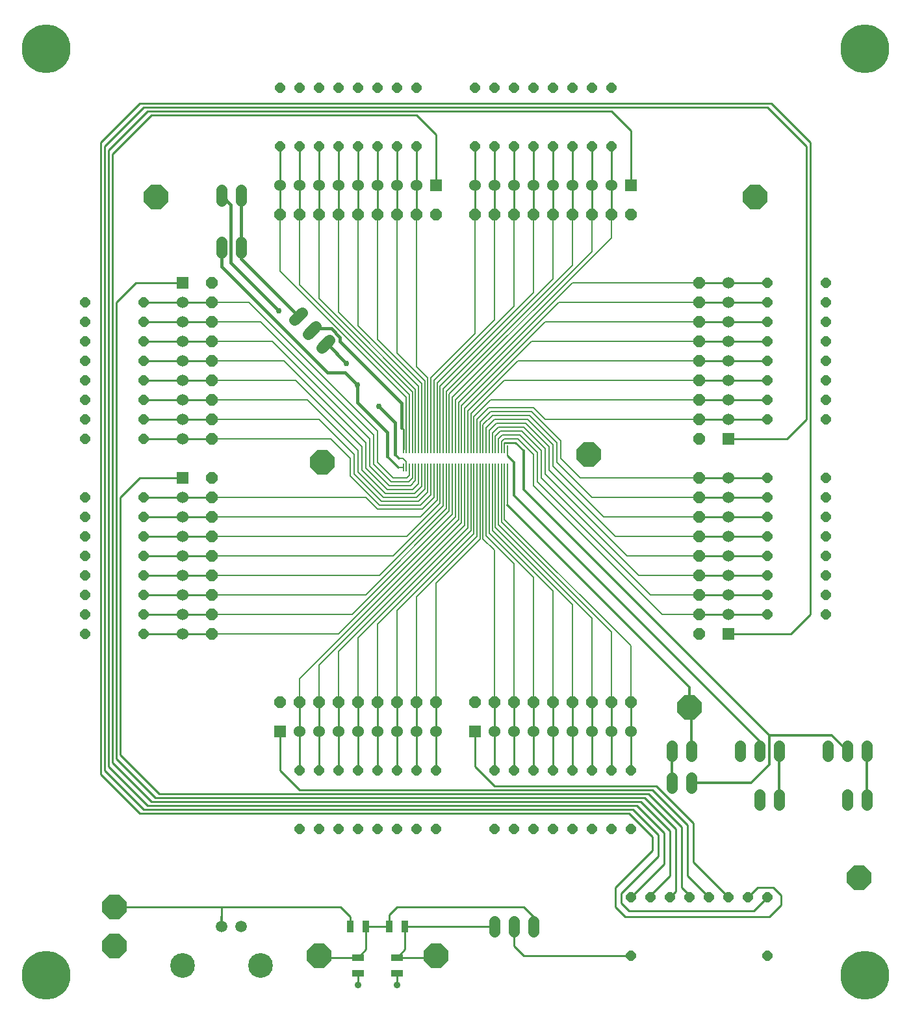
<source format=gtl>
G75*
%MOIN*%
%OFA0B0*%
%FSLAX25Y25*%
%IPPOS*%
%LPD*%
%AMOC8*
5,1,8,0,0,1.08239X$1,22.5*
%
%ADD10C,0.12661*%
%ADD11C,0.05937*%
%ADD12R,0.06000X0.06000*%
%ADD13C,0.06000*%
%ADD14C,0.05600*%
%ADD15R,0.03800X0.06000*%
%ADD16R,0.06000X0.03800*%
%ADD17OC8,0.05150*%
%ADD18OC8,0.06000*%
%ADD19OC8,0.12400*%
%ADD20C,0.25000*%
%ADD21R,0.00787X0.04488*%
%ADD22C,0.03562*%
%ADD23C,0.01000*%
%ADD24C,0.01200*%
%ADD25C,0.00700*%
%ADD26C,0.02972*%
%ADD27C,0.01600*%
D10*
X0261500Y0141500D03*
X0301500Y0141500D03*
D11*
X0291500Y0161500D03*
X0281500Y0161500D03*
D12*
X0311500Y0261500D03*
X0411500Y0261500D03*
X0541500Y0311500D03*
X0541500Y0411500D03*
X0491500Y0541500D03*
X0391500Y0541500D03*
X0261500Y0491500D03*
X0261500Y0391500D03*
D13*
X0261500Y0381500D03*
X0261500Y0371500D03*
X0261500Y0361500D03*
X0261500Y0351500D03*
X0261500Y0341500D03*
X0261500Y0331500D03*
X0261500Y0321500D03*
X0261500Y0311500D03*
X0321500Y0261500D03*
X0331500Y0261500D03*
X0341500Y0261500D03*
X0351500Y0261500D03*
X0361500Y0261500D03*
X0371500Y0261500D03*
X0381500Y0261500D03*
X0391500Y0261500D03*
X0421500Y0261500D03*
X0431500Y0261500D03*
X0441500Y0261500D03*
X0451500Y0261500D03*
X0461500Y0261500D03*
X0471500Y0261500D03*
X0481500Y0261500D03*
X0491500Y0261500D03*
X0541500Y0321500D03*
X0541500Y0331500D03*
X0541500Y0341500D03*
X0541500Y0351500D03*
X0541500Y0361500D03*
X0541500Y0371500D03*
X0541500Y0381500D03*
X0541500Y0391500D03*
X0541500Y0421500D03*
X0541500Y0431500D03*
X0541500Y0441500D03*
X0541500Y0451500D03*
X0541500Y0461500D03*
X0541500Y0471500D03*
X0541500Y0481500D03*
X0541500Y0491500D03*
X0481500Y0541500D03*
X0471500Y0541500D03*
X0461500Y0541500D03*
X0451500Y0541500D03*
X0441500Y0541500D03*
X0431500Y0541500D03*
X0421500Y0541500D03*
X0411500Y0541500D03*
X0381500Y0541500D03*
X0371500Y0541500D03*
X0361500Y0541500D03*
X0351500Y0541500D03*
X0341500Y0541500D03*
X0331500Y0541500D03*
X0321500Y0541500D03*
X0311500Y0541500D03*
X0261500Y0481500D03*
X0261500Y0471500D03*
X0261500Y0461500D03*
X0261500Y0451500D03*
X0261500Y0441500D03*
X0261500Y0431500D03*
X0261500Y0421500D03*
X0261500Y0411500D03*
D14*
X0318811Y0472355D02*
X0322771Y0476315D01*
X0329842Y0469243D02*
X0325883Y0465284D01*
X0332954Y0458213D02*
X0336913Y0462172D01*
X0291421Y0506968D02*
X0291421Y0512568D01*
X0281421Y0512568D02*
X0281421Y0506968D01*
X0281421Y0533543D02*
X0281421Y0539143D01*
X0291421Y0539143D02*
X0291421Y0533543D01*
X0512500Y0254300D02*
X0512500Y0248700D01*
X0512563Y0237961D02*
X0512563Y0232361D01*
X0522563Y0232361D02*
X0522563Y0237961D01*
X0522500Y0248700D02*
X0522500Y0254300D01*
X0547500Y0254300D02*
X0547500Y0248700D01*
X0557500Y0248700D02*
X0557500Y0254300D01*
X0567500Y0254300D02*
X0567500Y0248700D01*
X0567500Y0229300D02*
X0567500Y0223700D01*
X0557500Y0223700D02*
X0557500Y0229300D01*
X0592500Y0248700D02*
X0592500Y0254300D01*
X0602500Y0254300D02*
X0602500Y0248700D01*
X0612500Y0248700D02*
X0612500Y0254300D01*
X0612500Y0229300D02*
X0612500Y0223700D01*
X0602500Y0223700D02*
X0602500Y0229300D01*
X0441500Y0164300D02*
X0441500Y0158700D01*
X0431500Y0158700D02*
X0431500Y0164300D01*
X0421500Y0164300D02*
X0421500Y0158700D01*
D15*
X0375600Y0161500D03*
X0367400Y0161500D03*
X0355600Y0161500D03*
X0347400Y0161500D03*
D16*
X0351500Y0145600D03*
X0351500Y0137400D03*
X0371500Y0137400D03*
X0371500Y0145600D03*
D17*
X0371500Y0211500D03*
X0361500Y0211500D03*
X0351500Y0211500D03*
X0341500Y0211500D03*
X0331500Y0211500D03*
X0321500Y0211500D03*
X0321500Y0241500D03*
X0331500Y0241500D03*
X0341500Y0241500D03*
X0351500Y0241500D03*
X0361500Y0241500D03*
X0371500Y0241500D03*
X0381500Y0241500D03*
X0391500Y0241500D03*
X0391500Y0211500D03*
X0381500Y0211500D03*
X0421500Y0211500D03*
X0431500Y0211500D03*
X0441500Y0211500D03*
X0451500Y0211500D03*
X0461500Y0211500D03*
X0471500Y0211500D03*
X0481500Y0211500D03*
X0491500Y0211500D03*
X0491500Y0241500D03*
X0481500Y0241500D03*
X0471500Y0241500D03*
X0461500Y0241500D03*
X0451500Y0241500D03*
X0441500Y0241500D03*
X0431500Y0241500D03*
X0421500Y0241500D03*
X0491500Y0176500D03*
X0501500Y0176500D03*
X0511500Y0176500D03*
X0521500Y0176500D03*
X0531500Y0176500D03*
X0541500Y0176500D03*
X0551500Y0176500D03*
X0561500Y0176500D03*
X0561500Y0146500D03*
X0491500Y0146500D03*
X0561500Y0321500D03*
X0561500Y0331500D03*
X0561500Y0341500D03*
X0561500Y0351500D03*
X0561500Y0361500D03*
X0561500Y0371500D03*
X0561500Y0381500D03*
X0561500Y0391500D03*
X0561500Y0421500D03*
X0561500Y0431500D03*
X0561500Y0441500D03*
X0561500Y0451500D03*
X0561500Y0461500D03*
X0561500Y0471500D03*
X0561500Y0481500D03*
X0561500Y0491500D03*
X0591500Y0491500D03*
X0591500Y0481500D03*
X0591500Y0471500D03*
X0591500Y0461500D03*
X0591500Y0451500D03*
X0591500Y0441500D03*
X0591500Y0431500D03*
X0591500Y0421500D03*
X0591500Y0391500D03*
X0591500Y0381500D03*
X0591500Y0371500D03*
X0591500Y0361500D03*
X0591500Y0351500D03*
X0591500Y0341500D03*
X0591500Y0331500D03*
X0591500Y0321500D03*
X0481500Y0561500D03*
X0471500Y0561500D03*
X0461500Y0561500D03*
X0451500Y0561500D03*
X0441500Y0561500D03*
X0431500Y0561500D03*
X0421500Y0561500D03*
X0411500Y0561500D03*
X0411500Y0591500D03*
X0421500Y0591500D03*
X0431500Y0591500D03*
X0441500Y0591500D03*
X0451500Y0591500D03*
X0461500Y0591500D03*
X0471500Y0591500D03*
X0481500Y0591500D03*
X0381500Y0591500D03*
X0371500Y0591500D03*
X0361500Y0591500D03*
X0351500Y0591500D03*
X0341500Y0591500D03*
X0331500Y0591500D03*
X0321500Y0591500D03*
X0311500Y0591500D03*
X0311500Y0561500D03*
X0321500Y0561500D03*
X0331500Y0561500D03*
X0341500Y0561500D03*
X0351500Y0561500D03*
X0361500Y0561500D03*
X0371500Y0561500D03*
X0381500Y0561500D03*
X0241500Y0481500D03*
X0241500Y0471500D03*
X0241500Y0461500D03*
X0241500Y0451500D03*
X0241500Y0441500D03*
X0241500Y0431500D03*
X0241500Y0421500D03*
X0241500Y0411500D03*
X0241500Y0381500D03*
X0241500Y0371500D03*
X0241500Y0361500D03*
X0241500Y0351500D03*
X0241500Y0341500D03*
X0241500Y0331500D03*
X0241500Y0321500D03*
X0241500Y0311500D03*
X0211500Y0311500D03*
X0211500Y0321500D03*
X0211500Y0331500D03*
X0211500Y0341500D03*
X0211500Y0351500D03*
X0211500Y0361500D03*
X0211500Y0371500D03*
X0211500Y0381500D03*
X0211500Y0411500D03*
X0211500Y0421500D03*
X0211500Y0431500D03*
X0211500Y0441500D03*
X0211500Y0451500D03*
X0211500Y0461500D03*
X0211500Y0471500D03*
X0211500Y0481500D03*
D18*
X0276500Y0481500D03*
X0276500Y0471500D03*
X0276500Y0461500D03*
X0276500Y0451500D03*
X0276500Y0441500D03*
X0276500Y0431500D03*
X0276500Y0421500D03*
X0276500Y0411500D03*
X0276500Y0391500D03*
X0276500Y0381500D03*
X0276500Y0371500D03*
X0276500Y0361500D03*
X0276500Y0351500D03*
X0276500Y0341500D03*
X0276500Y0331500D03*
X0276500Y0321500D03*
X0276500Y0311500D03*
X0311500Y0276500D03*
X0321500Y0276500D03*
X0331500Y0276500D03*
X0341500Y0276500D03*
X0351500Y0276500D03*
X0361500Y0276500D03*
X0371500Y0276500D03*
X0381500Y0276500D03*
X0391500Y0276500D03*
X0411500Y0276500D03*
X0421500Y0276500D03*
X0431500Y0276500D03*
X0441500Y0276500D03*
X0451500Y0276500D03*
X0461500Y0276500D03*
X0471500Y0276500D03*
X0481500Y0276500D03*
X0491500Y0276500D03*
X0526500Y0311500D03*
X0526500Y0321500D03*
X0526500Y0331500D03*
X0526500Y0341500D03*
X0526500Y0351500D03*
X0526500Y0361500D03*
X0526500Y0371500D03*
X0526500Y0381500D03*
X0526500Y0391500D03*
X0526500Y0411500D03*
X0526500Y0421500D03*
X0526500Y0431500D03*
X0526500Y0441500D03*
X0526500Y0451500D03*
X0526500Y0461500D03*
X0526500Y0471500D03*
X0526500Y0481500D03*
X0526500Y0491500D03*
X0491500Y0526500D03*
X0481500Y0526500D03*
X0471500Y0526500D03*
X0461500Y0526500D03*
X0451500Y0526500D03*
X0441500Y0526500D03*
X0431500Y0526500D03*
X0421500Y0526500D03*
X0411500Y0526500D03*
X0391500Y0526500D03*
X0381500Y0526500D03*
X0371500Y0526500D03*
X0361500Y0526500D03*
X0351500Y0526500D03*
X0341500Y0526500D03*
X0331500Y0526500D03*
X0321500Y0526500D03*
X0311500Y0526500D03*
X0276500Y0491500D03*
D19*
X0247957Y0535358D03*
X0333059Y0399531D03*
X0469941Y0403469D03*
X0521547Y0273744D03*
X0608500Y0186500D03*
X0391500Y0146500D03*
X0331500Y0146500D03*
X0226500Y0151500D03*
X0226500Y0171500D03*
X0555043Y0535358D03*
D20*
X0191500Y0136500D03*
X0611500Y0136500D03*
X0611500Y0611500D03*
X0191500Y0611500D03*
D21*
X0374728Y0406106D03*
X0376303Y0406106D03*
X0377878Y0406106D03*
X0379453Y0406106D03*
X0381028Y0406106D03*
X0382602Y0406106D03*
X0384177Y0406106D03*
X0385752Y0406106D03*
X0387327Y0406106D03*
X0388902Y0406106D03*
X0390476Y0406106D03*
X0392051Y0406106D03*
X0393626Y0406106D03*
X0395201Y0406106D03*
X0396776Y0406106D03*
X0398350Y0406106D03*
X0399925Y0406106D03*
X0401500Y0406106D03*
X0403075Y0406106D03*
X0404650Y0406106D03*
X0406224Y0406106D03*
X0407799Y0406106D03*
X0409374Y0406106D03*
X0410949Y0406106D03*
X0412524Y0406106D03*
X0414098Y0406106D03*
X0415673Y0406106D03*
X0417248Y0406106D03*
X0418823Y0406106D03*
X0420398Y0406106D03*
X0421972Y0406106D03*
X0423547Y0406106D03*
X0425122Y0406106D03*
X0426697Y0406106D03*
X0428272Y0406106D03*
X0428272Y0396894D03*
X0426697Y0396894D03*
X0425122Y0396894D03*
X0423547Y0396894D03*
X0421972Y0396894D03*
X0420398Y0396894D03*
X0418823Y0396894D03*
X0417248Y0396894D03*
X0415673Y0396894D03*
X0414098Y0396894D03*
X0412524Y0396894D03*
X0410949Y0396894D03*
X0409374Y0396894D03*
X0407799Y0396894D03*
X0406224Y0396894D03*
X0404650Y0396894D03*
X0403075Y0396894D03*
X0401500Y0396894D03*
X0399925Y0396894D03*
X0398350Y0396894D03*
X0396776Y0396894D03*
X0395201Y0396894D03*
X0393626Y0396894D03*
X0392051Y0396894D03*
X0390476Y0396894D03*
X0388902Y0396894D03*
X0387327Y0396894D03*
X0385752Y0396894D03*
X0384177Y0396894D03*
X0382602Y0396894D03*
X0381028Y0396894D03*
X0379453Y0396894D03*
X0377878Y0396894D03*
X0376303Y0396894D03*
X0374728Y0396894D03*
D22*
X0371500Y0131500D03*
X0351500Y0131500D03*
D23*
X0351500Y0137400D01*
X0351500Y0145600D02*
X0332400Y0145600D01*
X0351500Y0145600D02*
X0355600Y0149700D01*
X0355600Y0161500D01*
X0367400Y0161500D01*
X0367400Y0167400D01*
X0371500Y0171500D01*
X0436500Y0171500D01*
X0441500Y0166500D01*
X0431500Y0161500D02*
X0431500Y0151500D01*
X0435500Y0147500D01*
X0436500Y0146500D01*
X0491500Y0146500D01*
X0488500Y0166500D02*
X0483500Y0171500D01*
X0483500Y0181500D01*
X0502500Y0200500D01*
X0502500Y0207500D01*
X0490500Y0219500D01*
X0239500Y0219500D01*
X0219500Y0239500D01*
X0219500Y0563500D01*
X0239500Y0583500D01*
X0563500Y0583500D01*
X0583500Y0563500D01*
X0583500Y0321500D01*
X0573500Y0311500D01*
X0541500Y0311500D01*
X0541500Y0321500D02*
X0526500Y0321500D01*
X0526500Y0331500D02*
X0541500Y0331500D01*
X0561500Y0331500D01*
X0561500Y0321500D02*
X0541500Y0321500D01*
X0541500Y0341500D02*
X0526500Y0341500D01*
X0526500Y0351500D02*
X0541500Y0351500D01*
X0561500Y0351500D01*
X0561500Y0341500D02*
X0541500Y0341500D01*
X0541500Y0361500D02*
X0526500Y0361500D01*
X0526500Y0371500D02*
X0541500Y0371500D01*
X0561500Y0371500D01*
X0561500Y0361500D02*
X0541500Y0361500D01*
X0541500Y0381500D02*
X0526500Y0381500D01*
X0526500Y0391500D02*
X0541500Y0391500D01*
X0561500Y0391500D01*
X0561500Y0381500D02*
X0541500Y0381500D01*
X0541500Y0411500D02*
X0571500Y0411500D01*
X0581500Y0421500D01*
X0581500Y0561500D01*
X0561500Y0581500D01*
X0241500Y0581500D01*
X0221500Y0561500D01*
X0221500Y0241500D01*
X0241500Y0221500D01*
X0492500Y0221500D01*
X0505500Y0208500D01*
X0505500Y0197500D01*
X0486500Y0178500D01*
X0486500Y0173500D01*
X0490500Y0169500D01*
X0554500Y0169500D01*
X0561500Y0176500D01*
X0564500Y0181500D02*
X0556500Y0181500D01*
X0551500Y0176500D01*
X0541500Y0176500D02*
X0523500Y0194500D01*
X0523500Y0214500D01*
X0504500Y0233500D01*
X0500500Y0233500D01*
X0504500Y0233500D01*
X0502500Y0231500D02*
X0520500Y0213500D01*
X0520500Y0187500D01*
X0531500Y0176500D01*
X0521500Y0176500D02*
X0521500Y0177500D01*
X0517500Y0181500D01*
X0517500Y0212500D01*
X0500500Y0229500D01*
X0249500Y0229500D01*
X0229500Y0249500D01*
X0229500Y0381500D01*
X0239500Y0391500D01*
X0261500Y0391500D01*
X0261500Y0381500D02*
X0241500Y0381500D01*
X0241500Y0371500D02*
X0261500Y0371500D01*
X0276500Y0371500D01*
X0276500Y0361500D02*
X0274500Y0361500D01*
X0261500Y0361500D01*
X0241500Y0361500D01*
X0241500Y0351500D02*
X0261500Y0351500D01*
X0275500Y0351500D01*
X0276500Y0351500D01*
X0276500Y0341500D02*
X0275500Y0341500D01*
X0261500Y0341500D01*
X0241500Y0341500D01*
X0241500Y0331500D02*
X0261500Y0331500D01*
X0276500Y0331500D01*
X0276500Y0321500D02*
X0261500Y0321500D01*
X0241500Y0321500D01*
X0241500Y0311500D02*
X0261500Y0311500D01*
X0275500Y0311500D01*
X0276500Y0311500D01*
X0321500Y0276500D02*
X0321500Y0275500D01*
X0321500Y0261500D01*
X0321500Y0241500D01*
X0331500Y0241500D02*
X0331500Y0261500D01*
X0331500Y0274500D01*
X0331500Y0276500D01*
X0341500Y0276500D02*
X0341500Y0275500D01*
X0341500Y0261500D01*
X0341500Y0241500D01*
X0351500Y0241500D02*
X0351500Y0261500D01*
X0351500Y0276500D01*
X0361500Y0276500D02*
X0361500Y0261500D01*
X0361500Y0241500D01*
X0371500Y0241500D02*
X0371500Y0261500D01*
X0371500Y0276500D01*
X0381500Y0276500D02*
X0381500Y0275500D01*
X0381500Y0261500D01*
X0381500Y0241500D01*
X0391500Y0241500D02*
X0391500Y0261500D01*
X0391500Y0275500D01*
X0391500Y0276500D01*
X0411500Y0261500D02*
X0411500Y0243500D01*
X0421500Y0233500D01*
X0500500Y0233500D01*
X0502500Y0231500D02*
X0321500Y0231500D01*
X0311500Y0241500D01*
X0311500Y0261500D01*
X0247500Y0227500D02*
X0227500Y0247500D01*
X0227500Y0481500D01*
X0237500Y0491500D01*
X0261500Y0491500D01*
X0261500Y0481500D02*
X0241500Y0481500D01*
X0241500Y0471500D02*
X0261500Y0471500D01*
X0276500Y0471500D01*
X0276500Y0461500D02*
X0261500Y0461500D01*
X0241500Y0461500D01*
X0241500Y0451500D02*
X0261500Y0451500D01*
X0276500Y0451500D01*
X0276500Y0441500D02*
X0261500Y0441500D01*
X0241500Y0441500D01*
X0241500Y0431500D02*
X0261500Y0431500D01*
X0276500Y0431500D01*
X0276500Y0421500D02*
X0261500Y0421500D01*
X0241500Y0421500D01*
X0241500Y0411500D02*
X0261500Y0411500D01*
X0276500Y0411500D01*
X0276500Y0381500D02*
X0261500Y0381500D01*
X0261500Y0481500D02*
X0276500Y0481500D01*
X0291421Y0505673D02*
X0291421Y0509768D01*
X0311500Y0526500D02*
X0311500Y0541500D01*
X0311500Y0561500D01*
X0321500Y0561500D02*
X0321500Y0541500D01*
X0321500Y0526500D01*
X0331500Y0526500D02*
X0331500Y0541500D01*
X0331500Y0561500D01*
X0341500Y0561500D02*
X0341500Y0541500D01*
X0341500Y0526500D01*
X0351500Y0526500D02*
X0351500Y0541500D01*
X0351500Y0561500D01*
X0361500Y0561500D02*
X0361500Y0541500D01*
X0361500Y0526500D01*
X0371500Y0526500D02*
X0371500Y0541500D01*
X0371500Y0561500D01*
X0381500Y0561500D02*
X0381500Y0541500D01*
X0381500Y0526500D01*
X0391500Y0541500D02*
X0391500Y0567500D01*
X0381500Y0577500D01*
X0245500Y0577500D01*
X0225500Y0557500D01*
X0225500Y0245500D01*
X0245500Y0225500D01*
X0496500Y0225500D01*
X0511500Y0210500D01*
X0511500Y0187500D01*
X0501500Y0177500D01*
X0501500Y0176500D01*
X0491500Y0176500D02*
X0508500Y0193500D01*
X0508500Y0209500D01*
X0494500Y0223500D01*
X0243500Y0223500D01*
X0223500Y0243500D01*
X0223500Y0559500D01*
X0243500Y0579500D01*
X0481500Y0579500D01*
X0491500Y0569500D01*
X0491500Y0541500D01*
X0481500Y0541500D02*
X0481500Y0526500D01*
X0471500Y0526500D02*
X0471500Y0541500D01*
X0471500Y0561500D01*
X0461500Y0561500D02*
X0461500Y0541500D01*
X0461500Y0526500D01*
X0451500Y0526500D02*
X0451500Y0541500D01*
X0451500Y0561500D01*
X0441500Y0561500D02*
X0441500Y0541500D01*
X0441500Y0526500D01*
X0431500Y0526500D02*
X0431500Y0541500D01*
X0431500Y0561500D01*
X0421500Y0561500D02*
X0421500Y0541500D01*
X0421500Y0526500D01*
X0411500Y0526500D02*
X0411500Y0541500D01*
X0411500Y0561500D01*
X0481500Y0561500D02*
X0481500Y0541500D01*
X0526500Y0491500D02*
X0541500Y0491500D01*
X0561500Y0491500D01*
X0561500Y0481500D02*
X0541500Y0481500D01*
X0526500Y0481500D01*
X0526500Y0471500D02*
X0541500Y0471500D01*
X0561500Y0471500D01*
X0561500Y0461500D02*
X0541500Y0461500D01*
X0526500Y0461500D01*
X0526500Y0451500D02*
X0541500Y0451500D01*
X0561500Y0451500D01*
X0561500Y0441500D02*
X0541500Y0441500D01*
X0526500Y0441500D01*
X0526500Y0431500D02*
X0541500Y0431500D01*
X0561500Y0431500D01*
X0561500Y0421500D02*
X0541500Y0421500D01*
X0526500Y0421500D01*
X0436500Y0405500D02*
X0432354Y0409646D01*
X0426697Y0409646D01*
X0428272Y0402728D02*
X0431500Y0399500D01*
X0374728Y0406106D02*
X0374728Y0416461D01*
X0373941Y0417248D01*
X0421500Y0276500D02*
X0421500Y0261500D01*
X0421500Y0241500D01*
X0431500Y0241500D02*
X0431500Y0261500D01*
X0431500Y0276500D01*
X0441500Y0276500D02*
X0441500Y0261500D01*
X0441500Y0241500D01*
X0451500Y0241500D02*
X0451500Y0261500D01*
X0451500Y0276500D01*
X0461500Y0276500D02*
X0461500Y0261500D01*
X0461500Y0241500D01*
X0471500Y0241500D02*
X0471500Y0261500D01*
X0471500Y0276500D01*
X0481500Y0276500D02*
X0481500Y0261500D01*
X0481500Y0241500D01*
X0491500Y0241500D02*
X0491500Y0261500D01*
X0491500Y0276500D01*
X0498500Y0227500D02*
X0247500Y0227500D01*
X0226500Y0171500D02*
X0281500Y0171500D01*
X0281500Y0161500D01*
X0281500Y0171500D02*
X0342400Y0171500D01*
X0347400Y0166500D01*
X0347400Y0161500D01*
X0375600Y0161500D02*
X0375600Y0149700D01*
X0371500Y0145600D01*
X0390600Y0145600D01*
X0371500Y0137400D02*
X0371500Y0131500D01*
X0375600Y0161500D02*
X0421500Y0161500D01*
X0435500Y0147500D02*
X0436500Y0146500D01*
X0488500Y0166500D02*
X0562500Y0166500D01*
X0568500Y0172500D01*
X0568500Y0177500D01*
X0564500Y0181500D01*
X0514500Y0179500D02*
X0511500Y0176500D01*
X0514500Y0179500D02*
X0514500Y0211500D01*
X0498500Y0227500D01*
D24*
X0512563Y0235161D02*
X0512563Y0251437D01*
X0512500Y0251500D01*
X0522500Y0251500D02*
X0522500Y0272791D01*
X0521547Y0273744D01*
X0521547Y0284224D01*
X0428272Y0377500D01*
X0431500Y0382500D02*
X0557500Y0256500D01*
X0557500Y0251500D01*
X0562500Y0244500D02*
X0553161Y0235161D01*
X0522563Y0235161D01*
X0562500Y0244500D02*
X0562500Y0259500D01*
X0594500Y0259500D01*
X0602500Y0251500D01*
X0612500Y0251500D02*
X0612500Y0226500D01*
X0567500Y0226500D02*
X0567500Y0251500D01*
X0562500Y0259500D02*
X0436500Y0385500D01*
X0436500Y0405500D01*
X0431500Y0399500D02*
X0431500Y0382500D01*
X0372106Y0396894D02*
X0366500Y0402500D01*
X0370500Y0403500D02*
X0372500Y0401500D01*
X0441500Y0166500D02*
X0441500Y0161500D01*
X0391500Y0146500D02*
X0390600Y0145600D01*
X0332400Y0145600D02*
X0331500Y0146500D01*
X0281500Y0161500D02*
X0281500Y0166500D01*
D25*
X0321500Y0275500D02*
X0321500Y0288500D01*
X0403075Y0370075D01*
X0403075Y0396894D01*
X0404650Y0396894D02*
X0404650Y0368650D01*
X0331500Y0295500D01*
X0331500Y0274500D01*
X0341500Y0275500D02*
X0341500Y0302500D01*
X0406224Y0367224D01*
X0406224Y0396894D01*
X0407799Y0396894D02*
X0407799Y0365799D01*
X0351500Y0309500D01*
X0351500Y0276500D01*
X0361500Y0276500D02*
X0361500Y0316500D01*
X0409374Y0364374D01*
X0409374Y0396894D01*
X0410949Y0396894D02*
X0410949Y0362949D01*
X0371500Y0323500D01*
X0371500Y0276500D01*
X0381500Y0275500D02*
X0381500Y0330500D01*
X0412524Y0361524D01*
X0412524Y0396894D01*
X0414098Y0396894D02*
X0414098Y0360098D01*
X0391500Y0337500D01*
X0391500Y0275500D01*
X0421500Y0276500D02*
X0421500Y0354500D01*
X0415673Y0360327D01*
X0415673Y0396894D01*
X0417248Y0396894D02*
X0417248Y0361752D01*
X0431500Y0347500D01*
X0431500Y0276500D01*
X0441500Y0276500D02*
X0441500Y0340500D01*
X0418823Y0363177D01*
X0418823Y0396894D01*
X0420398Y0396894D02*
X0420398Y0364500D01*
X0430398Y0354500D01*
X0451500Y0333398D01*
X0451500Y0276500D01*
X0461500Y0276500D02*
X0461500Y0326500D01*
X0421972Y0366028D01*
X0421972Y0396894D01*
X0423547Y0396894D02*
X0423547Y0367453D01*
X0471500Y0319500D01*
X0471500Y0276500D01*
X0481500Y0276500D02*
X0481500Y0312500D01*
X0425122Y0368878D01*
X0425122Y0396894D01*
X0426697Y0396894D02*
X0426697Y0370303D01*
X0491500Y0305500D01*
X0491500Y0276500D01*
X0507500Y0321500D02*
X0441500Y0387500D01*
X0441500Y0403500D01*
X0433500Y0411500D01*
X0426500Y0411500D01*
X0425122Y0410122D01*
X0425122Y0406106D01*
X0423547Y0406106D02*
X0423547Y0411547D01*
X0425500Y0413500D01*
X0434500Y0413500D01*
X0443500Y0404500D01*
X0443500Y0389500D01*
X0501500Y0331500D01*
X0526500Y0331500D01*
X0526500Y0321500D02*
X0507500Y0321500D01*
X0495500Y0341500D02*
X0445500Y0391500D01*
X0445500Y0405500D01*
X0435500Y0415500D01*
X0424500Y0415500D01*
X0421972Y0412972D01*
X0421972Y0406106D01*
X0420398Y0406106D02*
X0420398Y0414398D01*
X0423500Y0417500D01*
X0436500Y0417500D01*
X0447500Y0406500D01*
X0447500Y0393500D01*
X0489500Y0351500D01*
X0526500Y0351500D01*
X0526500Y0341500D02*
X0495500Y0341500D01*
X0483500Y0361500D02*
X0449500Y0395500D01*
X0449500Y0407500D01*
X0437500Y0419500D01*
X0422500Y0419500D01*
X0418823Y0415823D01*
X0418823Y0406106D01*
X0417248Y0406106D02*
X0417248Y0417248D01*
X0421500Y0421500D01*
X0438500Y0421500D01*
X0451500Y0408500D01*
X0451500Y0397500D01*
X0477500Y0371500D01*
X0526500Y0371500D01*
X0526500Y0361500D02*
X0483500Y0361500D01*
X0471500Y0381500D02*
X0453500Y0399500D01*
X0453500Y0409500D01*
X0439500Y0423500D01*
X0420500Y0423500D01*
X0415673Y0418673D01*
X0415673Y0406106D01*
X0414098Y0406106D02*
X0414098Y0420098D01*
X0419500Y0425500D01*
X0440500Y0425500D01*
X0455500Y0410500D01*
X0455500Y0401500D01*
X0465500Y0391500D01*
X0526500Y0391500D01*
X0526500Y0381500D02*
X0471500Y0381500D01*
X0428272Y0377500D02*
X0428272Y0396894D01*
X0428272Y0402728D02*
X0428272Y0406106D01*
X0426697Y0406106D02*
X0426697Y0409646D01*
X0412524Y0406106D02*
X0412524Y0421524D01*
X0418500Y0427500D01*
X0441500Y0427500D01*
X0447500Y0421500D01*
X0526500Y0421500D01*
X0526500Y0431500D02*
X0419500Y0431500D01*
X0410949Y0422949D01*
X0410949Y0406106D01*
X0409374Y0406106D02*
X0409374Y0424374D01*
X0426500Y0441500D01*
X0526500Y0441500D01*
X0526500Y0451500D02*
X0433500Y0451500D01*
X0407799Y0425799D01*
X0407799Y0406106D01*
X0406224Y0406106D02*
X0406224Y0427224D01*
X0440500Y0461500D01*
X0526500Y0461500D01*
X0526500Y0471500D02*
X0447500Y0471500D01*
X0404650Y0428650D01*
X0404650Y0406106D01*
X0403075Y0406106D02*
X0403075Y0430075D01*
X0454500Y0481500D01*
X0526500Y0481500D01*
X0526500Y0491500D02*
X0461500Y0491500D01*
X0401500Y0431500D01*
X0401500Y0406106D01*
X0399925Y0406106D02*
X0399925Y0432925D01*
X0481500Y0514500D01*
X0481500Y0526500D01*
X0471500Y0526500D02*
X0471500Y0507500D01*
X0398350Y0434350D01*
X0398350Y0406106D01*
X0396776Y0406106D02*
X0396776Y0435776D01*
X0461500Y0500500D01*
X0461500Y0526500D01*
X0451500Y0526500D02*
X0451500Y0493500D01*
X0395201Y0437201D01*
X0395201Y0406106D01*
X0393626Y0406106D02*
X0393626Y0438626D01*
X0441500Y0486500D01*
X0441500Y0526500D01*
X0431500Y0526500D02*
X0431500Y0479500D01*
X0392051Y0440051D01*
X0392051Y0406106D01*
X0390476Y0406106D02*
X0390476Y0441476D01*
X0421500Y0472500D01*
X0421500Y0526500D01*
X0411500Y0526500D02*
X0411500Y0465500D01*
X0388902Y0442902D01*
X0388902Y0406106D01*
X0387327Y0406106D02*
X0387327Y0442673D01*
X0381500Y0448500D01*
X0381500Y0526500D01*
X0371500Y0526500D02*
X0371500Y0455500D01*
X0385752Y0441248D01*
X0385752Y0406106D01*
X0384177Y0406106D02*
X0384177Y0439823D01*
X0361500Y0462500D01*
X0361500Y0526500D01*
X0351500Y0526500D02*
X0351500Y0469602D01*
X0372602Y0448500D01*
X0372500Y0448500D01*
X0372602Y0448500D02*
X0382602Y0438500D01*
X0382602Y0406106D01*
X0381028Y0406106D02*
X0381028Y0436972D01*
X0341500Y0476500D01*
X0341500Y0526500D01*
X0331500Y0526500D02*
X0331500Y0483500D01*
X0379453Y0435547D01*
X0379453Y0406106D01*
X0377878Y0406106D02*
X0377878Y0434122D01*
X0321500Y0490500D01*
X0321500Y0526500D01*
X0311500Y0526500D02*
X0311500Y0497500D01*
X0376303Y0432697D01*
X0376303Y0406106D01*
X0374500Y0401500D02*
X0372500Y0401500D01*
X0374500Y0401500D02*
X0376303Y0399697D01*
X0376303Y0396894D01*
X0374728Y0396894D02*
X0372106Y0396894D01*
X0377878Y0396894D02*
X0377878Y0392878D01*
X0376500Y0391500D01*
X0369500Y0391500D01*
X0361500Y0399500D01*
X0361500Y0415500D01*
X0295500Y0481500D01*
X0276500Y0481500D01*
X0276500Y0471500D02*
X0301500Y0471500D01*
X0359500Y0413500D01*
X0359500Y0398500D01*
X0368500Y0389500D01*
X0377500Y0389500D01*
X0379453Y0391453D01*
X0379453Y0396894D01*
X0381028Y0396894D02*
X0381028Y0390028D01*
X0378500Y0387500D01*
X0367500Y0387500D01*
X0357500Y0397500D01*
X0357500Y0411500D01*
X0307500Y0461500D01*
X0276500Y0461500D01*
X0276500Y0451500D02*
X0313500Y0451500D01*
X0355500Y0409500D01*
X0355500Y0396500D01*
X0366500Y0385500D01*
X0379500Y0385500D01*
X0382602Y0388602D01*
X0382602Y0396894D01*
X0384177Y0396894D02*
X0384177Y0387177D01*
X0380500Y0383500D01*
X0365500Y0383500D01*
X0353500Y0395500D01*
X0353500Y0407500D01*
X0319500Y0441500D01*
X0276500Y0441500D01*
X0276500Y0431500D02*
X0325500Y0431500D01*
X0351500Y0405500D01*
X0351500Y0394500D01*
X0364500Y0381500D01*
X0381500Y0381500D01*
X0385752Y0385752D01*
X0385752Y0396894D01*
X0387327Y0396894D02*
X0387327Y0384327D01*
X0382500Y0379500D01*
X0363500Y0379500D01*
X0349500Y0393500D01*
X0349500Y0403500D01*
X0331500Y0421500D01*
X0276500Y0421500D01*
X0276500Y0411500D02*
X0337500Y0411500D01*
X0347500Y0401500D01*
X0347500Y0392500D01*
X0362500Y0377500D01*
X0383500Y0377500D01*
X0388902Y0382902D01*
X0388902Y0396894D01*
X0390476Y0396894D02*
X0390476Y0381476D01*
X0384500Y0375500D01*
X0361500Y0375500D01*
X0355500Y0381500D01*
X0276500Y0381500D01*
X0276500Y0371500D02*
X0383500Y0371500D01*
X0392051Y0380051D01*
X0392051Y0396894D01*
X0393626Y0396894D02*
X0393626Y0378626D01*
X0376500Y0361500D01*
X0274500Y0361500D01*
X0275500Y0351500D02*
X0369500Y0351500D01*
X0395201Y0377201D01*
X0395201Y0396894D01*
X0396776Y0396894D02*
X0396776Y0375776D01*
X0362500Y0341500D01*
X0275500Y0341500D01*
X0276500Y0331500D02*
X0355500Y0331500D01*
X0398350Y0374350D01*
X0398350Y0396894D01*
X0399925Y0396894D02*
X0399925Y0372925D01*
X0348500Y0321500D01*
X0276500Y0321500D01*
X0275500Y0311500D02*
X0341500Y0311500D01*
X0401500Y0371500D01*
X0401500Y0396894D01*
X0430398Y0354500D02*
X0430500Y0354500D01*
D26*
X0362202Y0428147D03*
X0351106Y0439295D03*
X0345594Y0450319D03*
X0310949Y0477287D03*
D27*
X0286343Y0501894D01*
X0286343Y0531421D01*
X0281421Y0536343D01*
X0291421Y0536343D02*
X0291421Y0509768D01*
X0291421Y0503705D01*
X0320791Y0474335D01*
X0327862Y0467264D02*
X0328634Y0468035D01*
X0337720Y0468035D01*
X0342346Y0463409D01*
X0342346Y0461539D01*
X0373941Y0429945D01*
X0373941Y0417248D01*
X0370500Y0419874D02*
X0370500Y0403500D01*
X0366500Y0402500D02*
X0366500Y0414846D01*
X0351106Y0430240D01*
X0351106Y0439295D01*
X0351078Y0439295D01*
X0344990Y0445384D01*
X0335963Y0445384D01*
X0281421Y0499925D01*
X0281421Y0509768D01*
X0334933Y0460193D02*
X0335721Y0460193D01*
X0345594Y0450319D01*
X0362202Y0428147D02*
X0362227Y0428147D01*
X0370500Y0419874D01*
M02*

</source>
